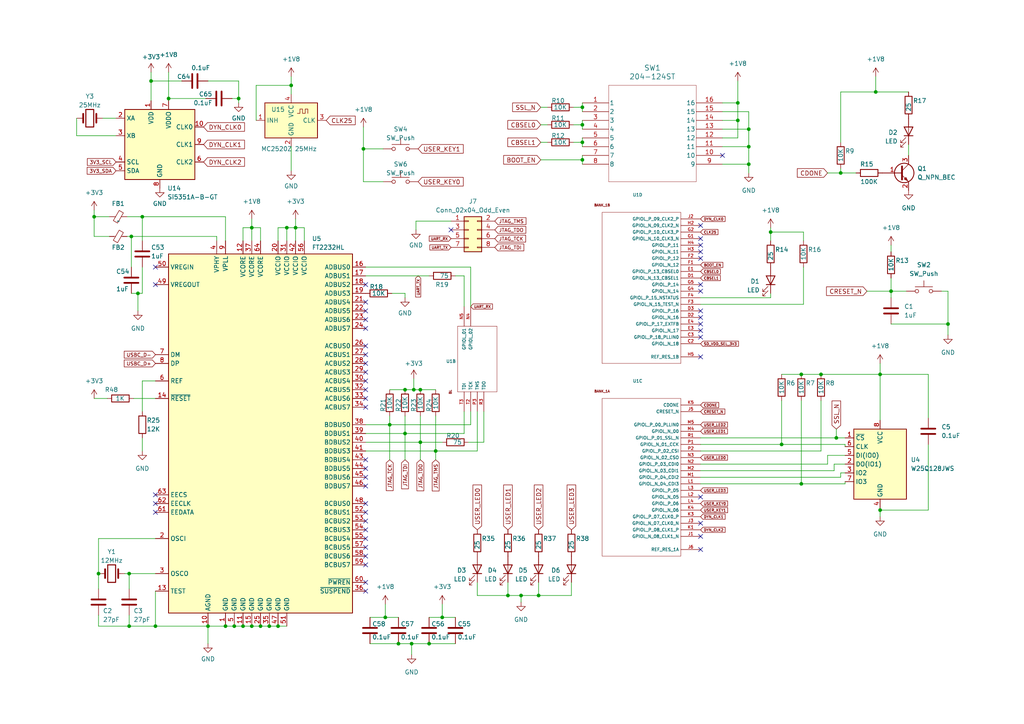
<source format=kicad_sch>
(kicad_sch (version 20231120) (generator "eeschema") (generator_version "8.0")
  (paper "A4")
  (junction (at 115.57 186.69))
  (junction (at 121.92 128.27))
  (junction (at 126.365 130.81))
  (junction (at 43.815 23.495))
  (junction (at 60.325 181.61))
  (junction (at 41.275 62.865))
  (junction (at 232.41 140.335))
  (junction (at 119.38 186.69))
  (junction (at 83.185 66.04))
  (junction (at 69.215 28.575))
  (junction (at 67.945 181.61))
  (junction (at 213.995 34.925))
  (junction (at 255.27 147.955))
  (junction (at 147.32 172.72))
  (junction (at 232.41 108.585))
  (junction (at 80.645 181.61))
  (junction (at 78.105 181.61))
  (junction (at 37.465 181.61))
  (junction (at 73.025 66.04))
  (junction (at 243.84 50.165))
  (junction (at 226.695 128.905))
  (junction (at 238.125 108.585))
  (junction (at 85.725 66.04))
  (junction (at 217.17 37.465))
  (junction (at 168.91 36.195))
  (junction (at 242.57 127))
  (junction (at 84.455 24.765))
  (junction (at 105.41 43.18))
  (junction (at 111.76 179.07))
  (junction (at 70.485 181.61))
  (junction (at 217.17 42.545))
  (junction (at 73.025 181.61))
  (junction (at 117.475 125.73))
  (junction (at 65.405 181.61))
  (junction (at 217.17 47.625))
  (junction (at 156.21 172.72))
  (junction (at 168.91 31.115))
  (junction (at 120.015 113.03))
  (junction (at 48.895 28.575))
  (junction (at 45.085 181.61))
  (junction (at 255.27 108.585))
  (junction (at 28.575 166.37))
  (junction (at 213.995 29.845))
  (junction (at 121.92 113.03))
  (junction (at 37.465 166.37))
  (junction (at 223.52 67.31))
  (junction (at 128.27 179.07))
  (junction (at 151.13 172.72))
  (junction (at 117.475 113.03))
  (junction (at 40.005 85.09))
  (junction (at 254 26.67))
  (junction (at 75.565 181.61))
  (junction (at 274.955 93.98))
  (junction (at 38.1 68.58))
  (junction (at 113.03 123.19))
  (junction (at 258.445 84.455))
  (junction (at 27.305 62.865))
  (junction (at 168.91 46.355))
  (junction (at 168.91 41.275))
  (junction (at 124.46 186.69))
  (no_connect (at 45.085 77.47))
  (no_connect (at 106.045 115.57))
  (no_connect (at 203.2 151.765))
  (no_connect (at 106.045 161.29))
  (no_connect (at 203.2 65.405))
  (no_connect (at 106.045 107.95))
  (no_connect (at 203.2 103.505))
  (no_connect (at 106.045 140.97))
  (no_connect (at 106.045 146.05))
  (no_connect (at 106.045 156.21))
  (no_connect (at 106.045 102.87))
  (no_connect (at 203.2 84.455))
  (no_connect (at 203.2 93.98))
  (no_connect (at 209.55 45.085))
  (no_connect (at 106.045 135.89))
  (no_connect (at 106.045 148.59))
  (no_connect (at 106.045 133.35))
  (no_connect (at 203.2 90.17))
  (no_connect (at 203.2 144.145))
  (no_connect (at 203.2 159.385))
  (no_connect (at 106.045 92.71))
  (no_connect (at 106.045 110.49))
  (no_connect (at 106.045 151.13))
  (no_connect (at 106.045 87.63))
  (no_connect (at 203.2 92.075))
  (no_connect (at 106.045 138.43))
  (no_connect (at 203.2 74.93))
  (no_connect (at 45.085 143.51))
  (no_connect (at 45.085 82.55))
  (no_connect (at 45.085 146.05))
  (no_connect (at 106.045 82.55))
  (no_connect (at 106.045 158.75))
  (no_connect (at 106.045 105.41))
  (no_connect (at 203.2 69.215))
  (no_connect (at 106.045 118.11))
  (no_connect (at 106.045 113.03))
  (no_connect (at 106.045 100.33))
  (no_connect (at 106.045 163.83))
  (no_connect (at 203.2 71.12))
  (no_connect (at 203.2 97.79))
  (no_connect (at 106.045 90.17))
  (no_connect (at 106.045 168.91))
  (no_connect (at 106.045 171.45))
  (no_connect (at 130.81 66.675))
  (no_connect (at 203.2 82.55))
  (no_connect (at 106.045 95.25))
  (no_connect (at 203.2 73.025))
  (no_connect (at 106.045 153.67))
  (no_connect (at 203.2 155.575))
  (no_connect (at 45.085 148.59))
  (no_connect (at 203.2 95.885))
  (wire (pts (xy 168.91 41.275) (xy 168.91 42.545)))
  (wire (pts (xy 65.405 181.61) (xy 67.945 181.61)))
  (wire (pts (xy 156.845 31.115) (xy 158.75 31.115)))
  (wire (pts (xy 269.24 121.285) (xy 269.24 108.585)))
  (wire (pts (xy 80.645 69.85) (xy 80.645 66.04)))
  (wire (pts (xy 85.725 63.5) (xy 85.725 66.04)))
  (wire (pts (xy 165.735 168.91) (xy 165.735 172.72)))
  (wire (pts (xy 84.455 22.225) (xy 84.455 24.765)))
  (wire (pts (xy 238.125 130.81) (xy 238.125 116.205)))
  (wire (pts (xy 73.025 66.04) (xy 73.025 69.85)))
  (wire (pts (xy 258.445 84.455) (xy 258.445 86.36)))
  (wire (pts (xy 126.365 120.65) (xy 126.365 130.81)))
  (wire (pts (xy 41.275 85.09) (xy 41.275 77.47)))
  (wire (pts (xy 36.83 62.865) (xy 41.275 62.865)))
  (wire (pts (xy 88.265 66.04) (xy 85.725 66.04)))
  (wire (pts (xy 80.645 181.61) (xy 83.185 181.61)))
  (wire (pts (xy 111.76 175.26) (xy 111.76 179.07)))
  (wire (pts (xy 156.21 172.72) (xy 151.13 172.72)))
  (wire (pts (xy 258.445 84.455) (xy 262.89 84.455)))
  (wire (pts (xy 113.03 123.19) (xy 113.03 133.35)))
  (wire (pts (xy 120.015 109.855) (xy 120.015 113.03)))
  (wire (pts (xy 156.21 168.91) (xy 156.21 172.72)))
  (wire (pts (xy 117.475 120.65) (xy 117.475 125.73)))
  (wire (pts (xy 41.275 110.49) (xy 45.085 110.49)))
  (wire (pts (xy 29.845 34.29) (xy 33.655 34.29)))
  (wire (pts (xy 48.895 20.955) (xy 48.895 28.575)))
  (wire (pts (xy 223.52 67.31) (xy 223.52 69.85)))
  (wire (pts (xy 106.045 130.81) (xy 126.365 130.81)))
  (wire (pts (xy 226.695 108.585) (xy 232.41 108.585)))
  (wire (pts (xy 203.2 127) (xy 242.57 127)))
  (wire (pts (xy 85.725 66.04) (xy 85.725 69.85)))
  (wire (pts (xy 128.27 179.07) (xy 132.08 179.07)))
  (wire (pts (xy 22.225 39.37) (xy 33.655 39.37)))
  (wire (pts (xy 217.17 32.385) (xy 217.17 37.465)))
  (wire (pts (xy 124.46 186.69) (xy 132.08 186.69)))
  (wire (pts (xy 38.1 68.58) (xy 38.1 77.47)))
  (wire (pts (xy 105.41 52.705) (xy 111.125 52.705)))
  (wire (pts (xy 45.085 171.45) (xy 45.085 181.61)))
  (wire (pts (xy 65.405 62.865) (xy 65.405 69.85)))
  (wire (pts (xy 67.31 28.575) (xy 69.215 28.575)))
  (wire (pts (xy 45.085 156.21) (xy 28.575 156.21)))
  (wire (pts (xy 120.015 113.03) (xy 121.92 113.03)))
  (wire (pts (xy 28.575 181.61) (xy 37.465 181.61)))
  (wire (pts (xy 22.225 34.29) (xy 22.225 39.37)))
  (wire (pts (xy 117.475 125.73) (xy 117.475 133.35)))
  (wire (pts (xy 106.045 125.73) (xy 117.475 125.73)))
  (wire (pts (xy 40.005 85.09) (xy 41.275 85.09)))
  (wire (pts (xy 258.445 71.12) (xy 258.445 73.025)))
  (wire (pts (xy 209.55 34.925) (xy 213.995 34.925)))
  (wire (pts (xy 217.17 47.625) (xy 217.17 50.165)))
  (wire (pts (xy 38.735 115.57) (xy 45.085 115.57)))
  (wire (pts (xy 83.185 66.04) (xy 83.185 69.85)))
  (wire (pts (xy 274.955 93.98) (xy 274.955 97.155)))
  (wire (pts (xy 27.305 115.57) (xy 31.115 115.57)))
  (wire (pts (xy 243.84 26.67) (xy 254 26.67)))
  (wire (pts (xy 105.41 43.18) (xy 111.125 43.18)))
  (wire (pts (xy 88.265 69.85) (xy 88.265 66.04)))
  (wire (pts (xy 156.845 36.195) (xy 158.75 36.195)))
  (wire (pts (xy 84.455 24.765) (xy 84.455 27.305)))
  (wire (pts (xy 83.185 66.04) (xy 85.725 66.04)))
  (wire (pts (xy 273.05 84.455) (xy 274.955 84.455)))
  (wire (pts (xy 106.045 128.27) (xy 121.92 128.27)))
  (wire (pts (xy 147.32 172.72) (xy 151.13 172.72)))
  (wire (pts (xy 121.92 120.65) (xy 121.92 128.27)))
  (wire (pts (xy 37.465 181.61) (xy 45.085 181.61)))
  (wire (pts (xy 117.475 85.09) (xy 117.475 86.36)))
  (wire (pts (xy 113.03 120.65) (xy 113.03 123.19)))
  (wire (pts (xy 213.995 40.005) (xy 213.995 34.925)))
  (wire (pts (xy 60.325 23.495) (xy 69.215 23.495)))
  (wire (pts (xy 41.275 127) (xy 41.275 130.81)))
  (wire (pts (xy 232.41 140.335) (xy 245.11 140.335)))
  (wire (pts (xy 121.92 113.03) (xy 126.365 113.03)))
  (wire (pts (xy 113.03 123.19) (xy 136.525 123.19)))
  (wire (pts (xy 242.57 127) (xy 245.11 127)))
  (wire (pts (xy 70.485 181.61) (xy 73.025 181.61)))
  (wire (pts (xy 74.295 24.765) (xy 84.455 24.765)))
  (wire (pts (xy 209.55 32.385) (xy 217.17 32.385)))
  (wire (pts (xy 203.2 130.81) (xy 238.125 130.81)))
  (wire (pts (xy 223.52 86.36) (xy 223.52 85.09)))
  (wire (pts (xy 106.045 123.19) (xy 113.03 123.19)))
  (wire (pts (xy 168.91 34.925) (xy 168.91 36.195)))
  (wire (pts (xy 74.295 34.925) (xy 74.295 24.765)))
  (wire (pts (xy 67.945 181.61) (xy 70.485 181.61)))
  (wire (pts (xy 48.895 28.575) (xy 59.69 28.575)))
  (wire (pts (xy 209.55 42.545) (xy 217.17 42.545)))
  (wire (pts (xy 168.91 46.355) (xy 168.91 47.625)))
  (wire (pts (xy 80.645 66.04) (xy 83.185 66.04)))
  (wire (pts (xy 138.43 168.91) (xy 138.43 172.72)))
  (wire (pts (xy 124.46 179.07) (xy 128.27 179.07)))
  (wire (pts (xy 70.485 69.85) (xy 70.485 66.04)))
  (wire (pts (xy 111.76 179.07) (xy 115.57 179.07)))
  (wire (pts (xy 27.305 62.865) (xy 31.75 62.865)))
  (wire (pts (xy 255.27 105.41) (xy 255.27 108.585)))
  (wire (pts (xy 233.045 88.265) (xy 233.045 77.47)))
  (wire (pts (xy 38.1 85.09) (xy 40.005 85.09)))
  (wire (pts (xy 113.665 85.09) (xy 117.475 85.09)))
  (wire (pts (xy 245.11 128.905) (xy 245.11 129.54)))
  (wire (pts (xy 128.27 179.07) (xy 128.27 175.26)))
  (wire (pts (xy 70.485 66.04) (xy 73.025 66.04)))
  (wire (pts (xy 113.03 113.03) (xy 117.475 113.03)))
  (wire (pts (xy 45.085 181.61) (xy 60.325 181.61)))
  (wire (pts (xy 232.41 116.205) (xy 232.41 140.335)))
  (wire (pts (xy 166.37 31.115) (xy 168.91 31.115)))
  (wire (pts (xy 226.695 128.905) (xy 245.11 128.905)))
  (wire (pts (xy 168.91 36.195) (xy 168.91 37.465)))
  (wire (pts (xy 121.92 128.27) (xy 121.92 133.35)))
  (wire (pts (xy 241.935 136.525) (xy 241.935 134.62)))
  (wire (pts (xy 117.475 113.03) (xy 120.015 113.03)))
  (wire (pts (xy 140.335 128.27) (xy 140.335 119.38)))
  (wire (pts (xy 243.84 48.895) (xy 243.84 50.165)))
  (wire (pts (xy 107.315 186.69) (xy 115.57 186.69)))
  (wire (pts (xy 119.38 186.69) (xy 119.38 189.865)))
  (wire (pts (xy 84.455 42.545) (xy 84.455 49.53)))
  (wire (pts (xy 106.045 80.01) (xy 124.46 80.01)))
  (wire (pts (xy 73.025 181.61) (xy 75.565 181.61)))
  (wire (pts (xy 136.525 77.47) (xy 136.525 88.9)))
  (wire (pts (xy 217.17 42.545) (xy 217.17 47.625)))
  (wire (pts (xy 41.275 62.865) (xy 65.405 62.865)))
  (wire (pts (xy 73.025 63.5) (xy 73.025 66.04)))
  (wire (pts (xy 138.43 130.81) (xy 138.43 119.38)))
  (wire (pts (xy 258.445 80.645) (xy 258.445 84.455)))
  (wire (pts (xy 37.465 178.435) (xy 37.465 181.61)))
  (wire (pts (xy 240.03 50.165) (xy 243.84 50.165)))
  (wire (pts (xy 28.575 178.435) (xy 28.575 181.61)))
  (wire (pts (xy 156.845 41.275) (xy 158.75 41.275)))
  (wire (pts (xy 203.2 134.62) (xy 240.03 134.62)))
  (wire (pts (xy 233.045 67.31) (xy 223.52 67.31)))
  (wire (pts (xy 245.11 140.335) (xy 245.11 139.7)))
  (wire (pts (xy 75.565 69.85) (xy 75.565 66.04)))
  (wire (pts (xy 240.03 132.08) (xy 245.11 132.08)))
  (wire (pts (xy 43.815 23.495) (xy 43.815 29.21)))
  (wire (pts (xy 203.2 140.335) (xy 232.41 140.335)))
  (wire (pts (xy 258.445 93.98) (xy 274.955 93.98)))
  (wire (pts (xy 105.41 36.83) (xy 105.41 43.18)))
  (wire (pts (xy 130.81 64.135) (xy 120.65 64.135)))
  (wire (pts (xy 166.37 41.275) (xy 168.91 41.275)))
  (wire (pts (xy 226.695 116.205) (xy 226.695 128.905)))
  (wire (pts (xy 28.575 156.21) (xy 28.575 166.37)))
  (wire (pts (xy 27.305 62.865) (xy 27.305 60.96)))
  (wire (pts (xy 69.215 28.575) (xy 69.215 29.845)))
  (wire (pts (xy 269.24 128.905) (xy 269.24 147.955)))
  (wire (pts (xy 168.91 45.085) (xy 168.91 46.355)))
  (wire (pts (xy 217.17 37.465) (xy 217.17 42.545)))
  (wire (pts (xy 28.575 166.37) (xy 28.575 170.815)))
  (wire (pts (xy 75.565 66.04) (xy 73.025 66.04)))
  (wire (pts (xy 132.08 80.01) (xy 134.62 80.01)))
  (wire (pts (xy 151.13 172.72) (xy 151.13 174.625)))
  (wire (pts (xy 126.365 130.81) (xy 126.365 133.35)))
  (wire (pts (xy 62.865 68.58) (xy 62.865 69.85)))
  (wire (pts (xy 232.41 108.585) (xy 238.125 108.585)))
  (wire (pts (xy 243.84 41.275) (xy 243.84 26.67)))
  (wire (pts (xy 269.24 108.585) (xy 255.27 108.585)))
  (wire (pts (xy 166.37 36.195) (xy 168.91 36.195)))
  (wire (pts (xy 134.62 80.01) (xy 134.62 88.9)))
  (wire (pts (xy 48.895 28.575) (xy 48.895 29.21)))
  (wire (pts (xy 165.735 172.72) (xy 156.21 172.72)))
  (wire (pts (xy 60.325 181.61) (xy 65.405 181.61)))
  (wire (pts (xy 243.84 50.165) (xy 248.285 50.165)))
  (wire (pts (xy 75.565 181.61) (xy 78.105 181.61)))
  (wire (pts (xy 242.57 124.46) (xy 242.57 127)))
  (wire (pts (xy 238.125 108.585) (xy 255.27 108.585)))
  (wire (pts (xy 203.2 86.36) (xy 223.52 86.36)))
  (wire (pts (xy 60.325 181.61) (xy 60.325 186.69)))
  (wire (pts (xy 254 22.225) (xy 254 26.67)))
  (wire (pts (xy 240.03 134.62) (xy 240.03 132.08)))
  (wire (pts (xy 243.84 137.16) (xy 245.11 137.16)))
  (wire (pts (xy 43.815 23.495) (xy 52.705 23.495)))
  (wire (pts (xy 263.525 41.91) (xy 263.525 45.085)))
  (wire (pts (xy 168.91 31.115) (xy 168.91 32.385)))
  (wire (pts (xy 147.32 168.91) (xy 147.32 172.72)))
  (wire (pts (xy 255.27 147.955) (xy 255.27 147.32)))
  (wire (pts (xy 136.525 123.19) (xy 136.525 119.38)))
  (wire (pts (xy 37.465 166.37) (xy 45.085 166.37)))
  (wire (pts (xy 41.275 119.38) (xy 41.275 110.49)))
  (wire (pts (xy 168.91 40.005) (xy 168.91 41.275)))
  (wire (pts (xy 78.105 181.61) (xy 80.645 181.61)))
  (wire (pts (xy 209.55 47.625) (xy 217.17 47.625)))
  (wire (pts (xy 156.845 46.355) (xy 168.91 46.355)))
  (wire (pts (xy 223.52 66.04) (xy 223.52 67.31)))
  (wire (pts (xy 135.89 128.27) (xy 140.335 128.27)))
  (wire (pts (xy 117.475 125.73) (xy 134.62 125.73)))
  (wire (pts (xy 233.045 69.85) (xy 233.045 67.31)))
  (wire (pts (xy 107.315 179.07) (xy 111.76 179.07)))
  (wire (pts (xy 209.55 40.005) (xy 213.995 40.005)))
  (wire (pts (xy 31.75 68.58) (xy 27.305 68.58)))
  (wire (pts (xy 274.955 84.455) (xy 274.955 93.98)))
  (wire (pts (xy 41.275 62.865) (xy 41.275 69.85)))
  (wire (pts (xy 36.83 68.58) (xy 38.1 68.58)))
  (wire (pts (xy 243.84 138.43) (xy 243.84 137.16)))
  (wire (pts (xy 255.27 108.585) (xy 255.27 121.92)))
  (wire (pts (xy 269.24 147.955) (xy 255.27 147.955)))
  (wire (pts (xy 213.995 34.925) (xy 213.995 29.845)))
  (wire (pts (xy 255.27 149.86) (xy 255.27 147.955)))
  (wire (pts (xy 121.92 128.27) (xy 128.27 128.27)))
  (wire (pts (xy 241.935 134.62) (xy 245.11 134.62)))
  (wire (pts (xy 168.91 29.845) (xy 168.91 31.115)))
  (wire (pts (xy 209.55 29.845) (xy 213.995 29.845)))
  (wire (pts (xy 209.55 37.465) (xy 217.17 37.465)))
  (wire (pts (xy 203.2 138.43) (xy 243.84 138.43)))
  (wire (pts (xy 115.57 186.69) (xy 119.38 186.69)))
  (wire (pts (xy 138.43 172.72) (xy 147.32 172.72)))
  (wire (pts (xy 251.46 84.455) (xy 258.445 84.455)))
  (wire (pts (xy 203.2 136.525) (xy 241.935 136.525)))
  (wire (pts (xy 38.1 68.58) (xy 62.865 68.58)))
  (wire (pts (xy 37.465 166.37) (xy 37.465 170.815)))
  (wire (pts (xy 106.045 77.47) (xy 136.525 77.47)))
  (wire (pts (xy 254 26.67) (xy 263.525 26.67)))
  (wire (pts (xy 213.995 29.845) (xy 213.995 23.495)))
  (wire (pts (xy 43.815 20.955) (xy 43.815 23.495)))
  (wire (pts (xy 126.365 130.81) (xy 138.43 130.81)))
  (wire (pts (xy 203.2 88.265) (xy 233.045 88.265)))
  (wire (pts (xy 105.41 43.18) (xy 105.41 52.705)))
  (wire (pts (xy 119.38 186.69) (xy 124.46 186.69)))
  (wire (pts (xy 27.305 68.58) (xy 27.305 62.865)))
  (wire (pts (xy 69.215 23.495) (xy 69.215 28.575)))
  (wire (pts (xy 134.62 125.73) (xy 134.62 119.38)))
  (wire (pts (xy 203.2 128.905) (xy 226.695 128.905)))
  (wire (pts (xy 40.005 85.09) (xy 40.005 90.17)))
  (wire (pts (xy 120.65 64.135) (xy 120.65 66.675)))
  (wire (pts (xy 36.195 166.37) (xy 37.465 166.37)))
  (global_label "USER_LED3" (shape input) (at 203.2 142.24 0) (effects (font (size 0.762 0.762))) (property "Intersheetrefs" "${INTERSHEET_REFS}" (effects (hide yes))))
  (global_label "CBSEL1" (shape input) (at 203.2 80.645 0) (effects (font (size 0.762 0.762))) (property "Intersheetrefs" "${INTERSHEET_REFS}" (effects (hide yes))))
  (global_label "BOOT_EN" (shape input) (at 203.2 76.835 0) (effects (font (size 0.762 0.762))) (property "Intersheetrefs" "${INTERSHEET_REFS}" (effects (hide yes))))
  (global_label "USER_KEY1" (shape input) (at 203.2 147.955 0) (effects (font (size 0.762 0.762))) (property "Intersheetrefs" "${INTERSHEET_REFS}" (effects (hide yes))))
  (global_label "DYN_CLK0" (shape input) (at 203.2 63.5 0) (effects (font (size 0.762 0.762))) (property "Intersheetrefs" "${INTERSHEET_REFS}" (effects (hide yes))))
  (global_label "USER_KEY0" (shape input) (at 203.2 146.05 0) (effects (font (size 0.762 0.762))) (property "Intersheetrefs" "${INTERSHEET_REFS}" (effects (hide yes))))
  (global_label "UART_TX" (shape input) (at 121.285 80.01 270) (effects (font (size 0.762 0.762))) (property "Intersheetrefs" "${INTERSHEET_REFS}" (effects (hide yes))))
  (global_label "JTAG_TCK" (shape input) (at 113.03 133.35 270) (effects (font (size 1.016 1.016))) (property "Intersheetrefs" "${INTERSHEET_REFS}" (effects (hide yes))))
  (global_label "USER_LED3" (shape input) (at 165.735 153.67 90) (property "Intersheetrefs" "${INTERSHEET_REFS}" (effects (hide yes))))
  (global_label "JTAG_TDO" (shape input) (at 121.92 133.35 270) (effects (font (size 1.016 1.016))) (property "Intersheetrefs" "${INTERSHEET_REFS}" (effects (hide yes))))
  (global_label "3V3_SCL" (shape input) (at 33.655 46.99 180) (effects (font (size 1.016 1.016))) (property "Intersheetrefs" "${INTERSHEET_REFS}" (effects (hide yes))))
  (global_label "JTAG_TMS" (shape input) (at 126.365 133.35 270) (effects (font (size 1.016 1.016))) (property "Intersheetrefs" "${INTERSHEET_REFS}" (effects (hide yes))))
  (global_label "DYN_CLK2" (shape input) (at 59.055 46.99 0) (property "Intersheetrefs" "${INTERSHEET_REFS}" (effects (hide yes))))
  (global_label "CBSEL0" (shape input) (at 203.2 78.74 0) (effects (font (size 0.762 0.762))) (property "Intersheetrefs" "${INTERSHEET_REFS}" (effects (hide yes))))
  (global_label "JTAG_TDI" (shape input) (at 143.51 71.755 0) (effects (font (size 1.016 1.016))) (property "Intersheetrefs" "${INTERSHEET_REFS}" (effects (hide yes))))
  (global_label "BOOT_EN" (shape input) (at 156.845 46.355 180) (property "Intersheetrefs" "${INTERSHEET_REFS}" (effects (hide yes))))
  (global_label "UART_RX" (shape input) (at 130.81 69.215 180) (effects (font (size 0.762 0.762))) (property "Intersheetrefs" "${INTERSHEET_REFS}" (effects (hide yes))))
  (global_label "DYN_CLK1" (shape input) (at 203.2 149.86 0) (effects (font (size 0.762 0.762))) (property "Intersheetrefs" "${INTERSHEET_REFS}" (effects (hide yes))))
  (global_label "USER_LED0" (shape input) (at 138.43 153.67 90) (property "Intersheetrefs" "${INTERSHEET_REFS}" (effects (hide yes))))
  (global_label "USBC_D-" (shape input) (at 45.085 102.87 180) (effects (font (size 1.016 1.016))) (property "Intersheetrefs" "${INTERSHEET_REFS}" (effects (hide yes))))
  (global_label "SSL_N" (shape input) (at 242.57 124.46 90) (property "Intersheetrefs" "${INTERSHEET_REFS}" (effects (hide yes))))
  (global_label "SD_VDD_SEL_3V3" (shape input) (at 203.2 99.695 0) (effects (font (size 0.762 0.762))) (property "Intersheetrefs" "${INTERSHEET_REFS}" (effects (hide yes))))
  (global_label "USER_KEY1" (shape input) (at 121.285 43.18 0) (property "Intersheetrefs" "${INTERSHEET_REFS}" (effects (hide yes))))
  (global_label "CDONE" (shape input) (at 240.03 50.165 180) (property "Intersheetrefs" "${INTERSHEET_REFS}" (effects (hide yes))))
  (global_label "3V3_SDA" (shape input) (at 33.655 49.53 180) (effects (font (size 1.016 1.016))) (property "Intersheetrefs" "${INTERSHEET_REFS}" (effects (hide yes))))
  (global_label "JTAG_TMS" (shape input) (at 143.51 64.135 0) (effects (font (size 1.016 1.016))) (property "Intersheetrefs" "${INTERSHEET_REFS}" (effects (hide yes))))
  (global_label "USER_LED1" (shape input) (at 147.32 153.67 90) (property "Intersheetrefs" "${INTERSHEET_REFS}" (effects (hide yes))))
  (global_label "USER_KEY0" (shape input) (at 121.285 52.705 0) (property "Intersheetrefs" "${INTERSHEET_REFS}" (effects (hide yes))))
  (global_label "UART_RX" (shape input) (at 136.525 88.9 0) (effects (font (size 0.762 0.762))) (property "Intersheetrefs" "${INTERSHEET_REFS}" (effects (hide yes))))
  (global_label "JTAG_TDO" (shape input) (at 143.51 66.675 0) (effects (font (size 1.016 1.016))) (property "Intersheetrefs" "${INTERSHEET_REFS}" (effects (hide yes))))
  (global_label "CRESET_N" (shape input) (at 203.2 119.38 0) (effects (font (size 0.762 0.762))) (property "Intersheetrefs" "${INTERSHEET_REFS}" (effects (hide yes))))
  (global_label "CLK25" (shape input) (at 94.615 34.925 0) (property "Intersheetrefs" "${INTERSHEET_REFS}" (effects (hide yes))))
  (global_label "JTAG_TCK" (shape input) (at 143.51 69.215 0) (effects (font (size 1.016 1.016))) (property "Intersheetrefs" "${INTERSHEET_REFS}" (effects (hide yes))))
  (global_label "UART_TX" (shape input) (at 130.81 71.755 180) (effects (font (size 0.762 0.762))) (property "Intersheetrefs" "${INTERSHEET_REFS}" (effects (hide yes))))
  (global_label "CRESET_N" (shape input) (at 251.46 84.455 180) (property "Intersheetrefs" "${INTERSHEET_REFS}" (effects (hide yes))))
  (global_label "USER_LED0" (shape input) (at 203.2 132.715 0) (effects (font (size 0.762 0.762))) (property "Intersheetrefs" "${INTERSHEET_REFS}" (effects (hide yes))))
  (global_label "USER_LED1" (shape input) (at 203.2 125.095 0) (effects (font (size 0.762 0.762))) (property "Intersheetrefs" "${INTERSHEET_REFS}" (effects (hide yes))))
  (global_label "DYN_CLK2" (shape input) (at 203.2 153.67 0) (effects (font (size 0.762 0.762))) (property "Intersheetrefs" "${INTERSHEET_REFS}" (effects (hide yes))))
  (global_label "CDONE" (shape input) (at 203.2 117.475 0) (effects (font (size 0.762 0.762))) (property "Intersheetrefs" "${INTERSHEET_REFS}" (effects (hide yes))))
  (global_label "CLK25" (shape input) (at 203.2 67.31 0) (effects (font (size 0.762 0.762))) (property "Intersheetrefs" "${INTERSHEET_REFS}" (effects (hide yes))))
  (global_label "USER_LED2" (shape input) (at 156.21 153.67 90) (property "Intersheetrefs" "${INTERSHEET_REFS}" (effects (hide yes))))
  (global_label "CBSEL0" (shape input) (at 156.845 36.195 180) (property "Intersheetrefs" "${INTERSHEET_REFS}" (effects (hide yes))))
  (global_label "USBC_D+" (shape input) (at 45.085 105.41 180) (effects (font (size 1.016 1.016))) (property "Intersheetrefs" "${INTERSHEET_REFS}" (effects (hide yes))))
  (global_label "USER_LED2" (shape input) (at 203.2 123.19 0) (effects (font (size 0.762 0.762))) (property "Intersheetrefs" "${INTERSHEET_REFS}" (effects (hide yes))))
  (global_label "DYN_CLK0" (shape input) (at 59.055 36.83 0) (property "Intersheetrefs" "${INTERSHEET_REFS}" (effects (hide yes))))
  (global_label "JTAG_TDI" (shape input) (at 117.475 133.35 270) (effects (font (size 1.016 1.016))) (property "Intersheetrefs" "${INTERSHEET_REFS}" (effects (hide yes))))
  (global_label "SSL_N" (shape input) (at 156.845 31.115 180) (property "Intersheetrefs" "${INTERSHEET_REFS}" (effects (hide yes))))
  (global_label "DYN_CLK1" (shape input) (at 59.055 41.91 0) (property "Intersheetrefs" "${INTERSHEET_REFS}" (effects (hide yes))))
  (global_label "CBSEL1" (shape input) (at 156.845 41.275 180) (property "Intersheetrefs" "${INTERSHEET_REFS}" (effects (hide yes))))
  (symbol (lib_id "Device:R") (at 126.365 116.84 180) (unit 1)
    (property "Reference" "R24" (at 124.46 115.57 90) (effects (justify left)))
    (property "Value" "10K" (at 126.365 114.935 90) (effects (justify left)))
    (property "Footprint" "Resistor_SMD:R_0603_1608Metric" (effects (hide yes)))
    (property "Description" "Resistor" (effects (hide yes)))
  )
  (symbol (lib_id "Switch:SW_Push") (at 116.205 52.705 0) (unit 1)
    (property "Reference" "SW6" (at 116.205 47.625 0))
    (property "Value" "SW_Push" (at 116.205 50.165 0))
    (property "Footprint" "Button_Switch_THT:SW_PUSH_6mm" (effects (hide yes)))
    (property "Description" "Push button switch, generic, two pins" (effects (hide yes)))
  )
  (symbol (lib_id "Device:LED") (at 165.735 165.1 270) (mirror x) (unit 1)
    (property "Reference" "D6" (at 162.56 165.4174 90) (effects (justify right)))
    (property "Value" "LED" (at 162.56 167.9574 90) (effects (justify right)))
    (property "Footprint" "LED_SMD:LED_0603_1608Metric" (effects (hide yes)))
    (property "Description" "Light emitting diode" (effects (hide yes)))
  )
  (symbol (lib_id "power:+3V3") (at 43.815 20.955 0) (unit 1)
    (property "Reference" "#PWR082" (effects (hide yes)))
    (property "Value" "+3V3" (at 43.815 16.51 0))
    (property "Description" "Power symbol creates a global label with name \"+3V3\"" (effects (hide yes)))
  )
  (symbol (lib_id "power:GND") (at 117.475 86.36 0) (unit 1)
    (property "Reference" "#PWR025" (effects (hide yes)))
    (property "Value" "GND" (at 117.475 90.805 0))
    (property "Description" "Power symbol creates a global label with name \"GND\" , ground" (effects (hide yes)))
  )
  (symbol (lib_id "Device:R") (at 238.125 112.395 0) (unit 1)
    (property "Reference" "R8" (at 239.395 111.125 0) (effects (justify left)))
    (property "Value" "10K" (at 238.125 114.3 90) (effects (justify left)))
    (property "Footprint" "Resistor_SMD:R_0603_1608Metric" (effects (hide yes)))
    (property "Description" "Resistor" (effects (hide yes)))
  )
  (symbol (lib_id "power:GND") (at 120.65 66.675 0) (unit 1)
    (property "Reference" "#PWR065" (effects (hide yes)))
    (property "Value" "GND" (at 120.65 71.12 0))
    (property "Description" "Power symbol creates a global label with name \"GND\" , ground" (effects (hide yes)))
  )
  (symbol (lib_id "Device:R") (at 147.32 157.48 0) (unit 1)
    (property "Reference" "R36" (at 148.59 156.21 0) (effects (justify left)))
    (property "Value" "25" (at 147.32 159.385 90) (effects (justify left)))
    (property "Footprint" "Resistor_SMD:R_0603_1608Metric" (effects (hide yes)))
    (property "Description" "Resistor" (effects (hide yes)))
  )
  (symbol (lib_id "Device:C") (at 63.5 28.575 90) (unit 1)
    (property "Reference" "C65" (at 61.595 27.305 90) (effects (justify left)))
    (property "Value" "0.1uF" (at 61.595 29.845 90) (effects (justify left)))
    (property "Footprint" "Capacitor_SMD:C_0603_1608Metric" (effects (hide yes)))
    (property "Description" "Unpolarized capacitor" (effects (hide yes)))
  )
  (symbol (lib_id "power:+3V3") (at 120.015 109.855 0) (unit 1)
    (property "Reference" "#PWR027" (effects (hide yes)))
    (property "Value" "+3V3" (at 120.015 105.41 0))
    (property "Description" "Power symbol creates a global label with name \"+3V3\"" (effects (hide yes)))
  )
  (symbol (lib_id "Device:LED") (at 223.52 81.28 270) (mirror x) (unit 1)
    (property "Reference" "D1" (at 220.345 81.5974 90) (effects (justify right)))
    (property "Value" "LED" (at 220.345 84.1374 90) (effects (justify right)))
    (property "Footprint" "LED_SMD:LED_0603_1608Metric" (effects (hide yes)))
    (property "Description" "Light emitting diode" (effects (hide yes)))
  )
  (symbol (lib_id "Device:C") (at 124.46 182.88 0) (unit 1)
    (property "Reference" "C56" (at 125.095 180.975 0) (effects (justify left)))
    (property "Value" "0.1uF" (at 125.095 184.785 0) (effects (justify left)))
    (property "Footprint" "Capacitor_SMD:C_0603_1608Metric" (effects (hide yes)))
    (property "Description" "Unpolarized capacitor" (effects (hide yes)))
  )
  (symbol (lib_id "Device:LED") (at 138.43 165.1 270) (mirror x) (unit 1)
    (property "Reference" "D3" (at 135.255 165.4174 90) (effects (justify right)))
    (property "Value" "LED" (at 135.255 167.9574 90) (effects (justify right)))
    (property "Footprint" "LED_SMD:LED_0603_1608Metric" (effects (hide yes)))
    (property "Description" "Light emitting diode" (effects (hide yes)))
  )
  (symbol (lib_id "power:GND") (at 263.525 55.245 0) (unit 1)
    (property "Reference" "#PWR024" (effects (hide yes)))
    (property "Value" "GND" (at 263.525 60.325 0))
    (property "Description" "Power symbol creates a global label with name \"GND\" , ground" (effects (hide yes)))
  )
  (symbol (lib_id "Device:LED") (at 263.525 38.1 270) (mirror x) (unit 1)
    (property "Reference" "D2" (at 260.35 38.4174 90) (effects (justify right)))
    (property "Value" "LED" (at 260.35 40.9574 90) (effects (justify right)))
    (property "Footprint" "LED_SMD:LED_0603_1608Metric" (effects (hide yes)))
    (property "Description" "Light emitting diode" (effects (hide yes)))
  )
  (symbol (lib_id "Device:R") (at 162.56 31.115 90) (unit 1)
    (property "Reference" "R10" (at 163.83 29.21 90) (effects (justify left)))
    (property "Value" "10K" (at 164.465 31.115 90) (effects (justify left)))
    (property "Footprint" "Resistor_SMD:R_0603_1608Metric" (effects (hide yes)))
    (property "Description" "Resistor" (effects (hide yes)))
  )
  (symbol (lib_id "power:+3V3") (at 27.305 60.96 0) (unit 1)
    (property "Reference" "#PWR063" (effects (hide yes)))
    (property "Value" "+3V3" (at 27.305 55.88 0))
    (property "Description" "Power symbol creates a global label with name \"+3V3\"" (effects (hide yes)))
  )
  (symbol (lib_id "Device:R") (at 41.275 123.19 0) (unit 1)
    (property "Reference" "R25" (at 42.545 121.92 0) (effects (justify left)))
    (property "Value" "12K" (at 42.545 124.46 0) (effects (justify left)))
    (property "Footprint" "Resistor_SMD:R_0603_1608Metric" (effects (hide yes)))
  )
  (symbol (lib_id "Device:FerriteBead_Small") (at 34.29 62.865 270) (unit 1)
    (property "Reference" "FB1" (at 34.29 59.055 90))
    (property "Value" "~" (at 34.3281 58.42 90))
    (property "Footprint" "Inductor_SMD:L_0603_1608Metric" (effects (hide yes)))
    (property "Description" "Ferrite bead, small symbol" (effects (hide yes)))
  )
  (symbol (lib_id "power:GND") (at 151.13 174.625 0) (unit 1)
    (property "Reference" "#PWR038" (effects (hide yes)))
    (property "Value" "GND" (at 151.13 179.705 0))
    (property "Description" "Power symbol creates a global label with name \"GND\" , ground" (effects (hide yes)))
  )
  (symbol (lib_id "power:+1V8") (at 258.445 71.12 0) (unit 1)
    (property "Reference" "#PWR021" (effects (hide yes)))
    (property "Value" "+1V8" (at 258.445 66.04 0))
    (property "Description" "Power symbol creates a global label with name \"+1V8\"" (effects (hide yes)))
  )
  (symbol (lib_id "Device:R") (at 165.735 157.48 0) (unit 1)
    (property "Reference" "R38" (at 167.005 156.21 0) (effects (justify left)))
    (property "Value" "25" (at 165.735 159.385 90) (effects (justify left)))
    (property "Footprint" "Resistor_SMD:R_0603_1608Metric" (effects (hide yes)))
    (property "Description" "Resistor" (effects (hide yes)))
  )
  (symbol (lib_id "endeavour2:Ti60F256") (at 174.625 61.595 0) (unit 4)
    (property "Reference" "U1" (at 184.9156 56.515 0) (effects (font (size 0.889 0.889))))
    (property "Value" "Ti60F256" (effects (hide yes)))
    (property "Footprint" "Package_BGA:BGA-256_14.0x14.0mm_Layout16x16_P0.8mm_Ball0.45mm_Pad0.32mm_NSMD" (effects (hide yes)))
    (property "SPLIT_INST" "TRUE" (effects (hide yes)))
    (property "SWAP_INFO" "(S1+S2+S3+S4+S5+S6+S7+S8+S9+S10+S11+S12+S13)" (effects (hide yes)))
  )
  (symbol (lib_id "power:+1V8") (at 105.41 36.83 0) (unit 1)
    (property "Reference" "#PWR039" (effects (hide yes)))
    (property "Value" "+1V8" (at 105.41 31.75 0))
    (property "Description" "Power symbol creates a global label with name \"+1V8\"" (effects (hide yes)))
  )
  (symbol (lib_id "Device:R") (at 223.52 73.66 0) (unit 1)
    (property "Reference" "R14" (at 224.79 72.39 0) (effects (justify left)))
    (property "Value" "25" (at 223.52 75.565 90) (effects (justify left)))
    (property "Footprint" "Resistor_SMD:R_0603_1608Metric" (effects (hide yes)))
    (property "Description" "Resistor" (effects (hide yes)))
  )
  (symbol (lib_id "Device:R") (at 128.27 80.01 90) (unit 1)
    (property "Reference" "R19" (at 130.175 82.55 90) (effects (justify left)))
    (property "Value" "75" (at 130.175 80.01 90) (effects (justify left)))
    (property "Footprint" "Resistor_SMD:R_0603_1608Metric" (effects (hide yes)))
    (property "Description" "Resistor" (effects (hide yes)))
  )
  (symbol (lib_id "power:+1V8") (at 111.76 175.26 0) (unit 1)
    (property "Reference" "#PWR069" (effects (hide yes)))
    (property "Value" "+1V8" (at 111.76 170.18 0))
    (property "Description" "Power symbol creates a global label with name \"+1V8\"" (effects (hide yes)))
  )
  (symbol (lib_id "power:GND") (at 217.17 50.165 0) (unit 1)
    (property "Reference" "#PWR020" (effects (hide yes)))
    (property "Value" "GND" (at 217.17 55.245 0))
    (property "Description" "Power symbol creates a global label with name \"GND\" , ground" (effects (hide yes)))
  )
  (symbol (lib_id "Device:C") (at 56.515 23.495 90) (unit 1)
    (property "Reference" "C64" (at 55.245 22.225 90) (effects (justify left)))
    (property "Value" "0.1uF" (at 60.96 19.685 90) (effects (justify left)))
    (property "Footprint" "Capacitor_SMD:C_0603_1608Metric" (effects (hide yes)))
    (property "Description" "Unpolarized capacitor" (effects (hide yes)))
  )
  (symbol (lib_id "Device:C") (at 38.1 81.28 0) (unit 1)
    (property "Reference" "C54" (at 33.655 78.74 0) (effects (justify left)))
    (property "Value" "1uF" (at 33.655 83.82 0) (effects (justify left)))
    (property "Footprint" "Capacitor_SMD:C_0603_1608Metric" (effects (hide yes)))
    (property "Description" "Unpolarized capacitor" (effects (hide yes)))
  )
  (symbol (lib_id "Device:R") (at 162.56 36.195 90) (unit 1)
    (property "Reference" "R11" (at 163.83 34.29 90) (effects (justify left)))
    (property "Value" "10K" (at 164.465 36.195 90) (effects (justify left)))
    (property "Footprint" "Resistor_SMD:R_0603_1608Metric" (effects (hide yes)))
    (property "Description" "Resistor" (effects (hide yes)))
  )
  (symbol (lib_id "power:+1V8") (at 223.52 66.04 0) (unit 1)
    (property "Reference" "#PWR018" (effects (hide yes)))
    (property "Value" "+1V8" (at 223.52 60.96 0))
    (property "Description" "Power symbol creates a global label with name \"+1V8\"" (effects (hide yes)))
  )
  (symbol (lib_id "power:+3V3") (at 128.27 175.26 0) (unit 1)
    (property "Reference" "#PWR068" (effects (hide yes)))
    (property "Value" "+3V3" (at 128.27 170.18 0))
    (property "Description" "Power symbol creates a global label with name \"+3V3\"" (effects (hide yes)))
  )
  (symbol (lib_id "Device:R") (at 226.695 112.395 0) (unit 1)
    (property "Reference" "R6" (at 227.965 111.125 0) (effects (justify left)))
    (property "Value" "10K" (at 226.695 114.3 90) (effects (justify left)))
    (property "Footprint" "Resistor_SMD:R_0603_1608Metric" (effects (hide yes)))
    (property "Description" "Resistor" (effects (hide yes)))
  )
  (symbol (lib_id "Device:C") (at 132.08 182.88 0) (unit 1)
    (property "Reference" "C55" (at 132.715 180.975 0) (effects (justify left)))
    (property "Value" "0.1uF" (at 132.715 184.785 0) (effects (justify left)))
    (property "Footprint" "Capacitor_SMD:C_0603_1608Metric" (effects (hide yes)))
    (property "Description" "Unpolarized capacitor" (effects (hide yes)))
  )
  (symbol (lib_id "Connector_Generic:Conn_02x04_Odd_Even") (at 135.89 66.675 0) (unit 1)
    (property "Reference" "J7" (at 137.16 58.42 0))
    (property "Value" "Conn_02x04_Odd_Even" (at 137.16 60.96 0))
    (property "Footprint" "Connector_PinHeader_2.54mm:PinHeader_2x04_P2.54mm_Vertical" (effects (hide yes)))
    (property "Description" "Generic connector, double row, 02x04, odd/even pin numbering scheme (row 1 odd numbers, row 2 even numbers), script generated (kicad-library-utils/schlib/autogen/connector/)" (effects (hide yes)))
  )
  (symbol (lib_id "Device:FerriteBead_Small") (at 34.29 68.58 270) (unit 1)
    (property "Reference" "FB2" (at 34.29 71.755 90))
    (property "Value" "~" (at 34.3281 64.135 90))
    (property "Footprint" "Inductor_SMD:L_0603_1608Metric" (effects (hide yes)))
    (property "Description" "Ferrite bead, small symbol" (effects (hide yes)))
  )
  (symbol (lib_id "power:GND") (at 69.215 29.845 0) (unit 1)
    (property "Reference" "#PWR083" (effects (hide yes)))
    (property "Value" "GND" (at 69.215 34.29 0))
  )
  (symbol (lib_id "power:GND") (at 84.455 49.53 0) (unit 1)
    (property "Reference" "#PWR085" (effects (hide yes)))
    (property "Value" "GND" (at 84.455 53.975 0))
  )
  (symbol (lib_id "Switch:SW_Push") (at 116.205 43.18 0) (unit 1)
    (property "Reference" "SW4" (at 116.205 37.465 0))
    (property "Value" "SW_Push" (at 116.205 40.005 0))
    (property "Footprint" "Button_Switch_THT:SW_PUSH_6mm" (effects (hide yes)))
    (property "Description" "Push button switch, generic, two pins" (effects (hide yes)))
  )
  (symbol (lib_id "power:GND") (at 41.275 130.81 0) (unit 1)
    (property "Reference" "#PWR028" (effects (hide yes)))
    (property "Value" "GND" (at 41.275 135.89 0))
  )
  (symbol (lib_id "Device:R") (at 138.43 157.48 0) (unit 1)
    (property "Reference" "R35" (at 139.7 156.21 0) (effects (justify left)))
    (property "Value" "25" (at 138.43 159.385 90) (effects (justify left)))
    (property "Footprint" "Resistor_SMD:R_0603_1608Metric" (effects (hide yes)))
    (property "Description" "Resistor" (effects (hide yes)))
  )
  (symbol (lib_id "Switch:SW_Push") (at 267.97 84.455 0) (unit 1)
    (property "Reference" "SW2" (at 267.97 76.835 0))
    (property "Value" "SW_Push" (at 267.97 79.375 0))
    (property "Footprint" "Button_Switch_THT:SW_PUSH_6mm" (effects (hide yes)))
    (property "Description" "Push button switch, generic, two pins" (effects (hide yes)))
  )
  (symbol (lib_id "power:GND") (at 119.38 189.865 0) (unit 1)
    (property "Reference" "#PWR067" (effects (hide yes)))
    (property "Value" "GND" (at 119.38 194.945 0))
  )
  (symbol (lib_id "Device:C") (at 115.57 182.88 0) (unit 1)
    (property "Reference" "C57" (at 116.205 180.975 0) (effects (justify left)))
    (property "Value" "0.1uF" (at 116.205 184.785 0) (effects (justify left)))
    (property "Footprint" "Capacitor_SMD:C_0603_1608Metric" (effects (hide yes)))
    (property "Description" "Unpolarized capacitor" (effects (hide yes)))
  )
  (symbol (lib_id "Device:Crystal") (at 26.035 34.29 0) (unit 1)
    (property "Reference" "Y3" (at 26.035 27.94 0))
    (property "Value" "25MHz" (at 26.035 30.48 0))
    (property "Footprint" "endeavour2:XTAL_ECS-120-20-3X-TR" (effects (hide yes)))
  )
  (symbol (lib_id "Device:Q_NPN_BEC") (at 260.985 50.165 0) (unit 1)
    (property "Reference" "Q1" (at 266.065 48.8949 0) (effects (justify left)))
    (property "Value" "Q_NPN_BEC" (at 266.065 51.4349 0) (effects (justify left)))
    (property "Footprint" "Package_TO_SOT_SMD:SC-59" (effects (hide yes)))
    (property "Description" "NPN transistor, base/emitter/collector" (effects (hide yes)))
  )
  (symbol (lib_id "Device:R") (at 232.41 112.395 0) (unit 1)
    (property "Reference" "R7" (at 233.68 111.125 0) (effects (justify left)))
    (property "Value" "10K" (at 232.41 114.3 90) (effects (justify left)))
    (property "Footprint" "Resistor_SMD:R_0603_1608Metric" (effects (hide yes)))
    (property "Description" "Resistor" (effects (hide yes)))
  )
  (symbol (lib_id "Device:Crystal") (at 32.385 166.37 0) (unit 1)
    (property "Reference" "Y1" (at 32.385 160.02 0))
    (property "Value" "12MHz" (at 32.385 162.56 0))
    (property "Footprint" "endeavour2:XTAL_ECS-120-20-3X-TR" (effects (hide yes)))
  )
  (symbol (lib_id "Device:C") (at 107.315 182.88 0) (unit 1)
    (property "Reference" "C58" (at 107.95 180.975 0) (effects (justify left)))
    (property "Value" "0.1uF" (at 107.95 184.785 0) (effects (justify left)))
    (property "Footprint" "Capacitor_SMD:C_0603_1608Metric" (effects (hide yes)))
    (property "Description" "Unpolarized capacitor" (effects (hide yes)))
  )
  (symbol (lib_id "Device:C") (at 258.445 90.17 0) (unit 1)
    (property "Reference" "C1" (at 262.255 88.8999 0) (effects (justify left)))
    (property "Value" "1uF" (at 262.255 91.4399 0) (effects (justify left)))
    (property "Footprint" "Capacitor_SMD:C_0603_1608Metric" (effects (hide yes)))
    (property "Description" "Unpolarized capacitor" (effects (hide yes)))
  )
  (symbol (lib_id "Device:R") (at 162.56 41.275 90) (unit 1)
    (property "Reference" "R12" (at 163.83 39.37 90) (effects (justify left)))
    (property "Value" "10K" (at 164.465 41.275 90) (effects (justify left)))
    (property "Footprint" "Resistor_SMD:R_0603_1608Metric" (effects (hide yes)))
    (property "Description" "Resistor" (effects (hide yes)))
  )
  (symbol (lib_id "Memory_Flash:W25Q128JVS") (at 255.27 134.62 0) (unit 1)
    (property "Reference" "U4" (at 264.16 133.3499 0) (effects (justify left)))
    (property "Value" "W25Q128JWS" (at 264.16 135.8899 0) (effects (justify left)))
    (property "Footprint" "Package_SO:SOIC-8_5.23x5.23mm_P1.27mm" (effects (hide yes)))
    (property "Datasheet" "http://www.winbond.com/resource-files/w25q128jv_dtr%20revc%2003272018%20plus.pdf" (effects (hide yes)))
    (property "Description" "128Mb Serial Flash Memory, Standard/Dual/Quad SPI, SOIC-8" (effects (hide yes)))
  )
  (symbol (lib_id "power:+1V8") (at 213.995 23.495 0) (unit 1)
    (property "Reference" "#PWR019" (effects (hide yes)))
    (property "Value" "+1V8" (at 213.995 18.415 0))
    (property "Description" "Power symbol creates a global label with name \"+1V8\"" (effects (hide yes)))
  )
  (symbol (lib_id "Device:R") (at 113.03 116.84 180) (unit 1)
    (property "Reference" "R21" (at 111.125 115.57 90) (effects (justify left)))
    (property "Value" "10K" (at 113.03 114.935 90) (effects (justify left)))
    (property "Footprint" "Resistor_SMD:R_0603_1608Metric" (effects (hide yes)))
    (property "Description" "Resistor" (effects (hide yes)))
  )
  (symbol (lib_id "Device:R") (at 156.21 157.48 0) (unit 1)
    (property "Reference" "R37" (at 157.48 156.21 0) (effects (justify left)))
    (property "Value" "25" (at 156.21 159.385 90) (effects (justify left)))
    (property "Footprint" "Resistor_SMD:R_0603_1608Metric" (effects (hide yes)))
    (property "Description" "Resistor" (effects (hide yes)))
  )
  (symbol (lib_id "Device:R") (at 109.855 85.09 90) (unit 1)
    (property "Reference" "R18" (at 111.125 83.185 90) (effects (justify left)))
    (property "Value" "10K" (at 111.76 85.09 90) (effects (justify left)))
    (property "Footprint" "Resistor_SMD:R_0603_1608Metric" (effects (hide yes)))
    (property "Description" "Resistor" (effects (hide yes)))
  )
  (symbol (lib_id "Device:C") (at 41.275 73.66 0) (unit 1)
    (property "Reference" "C53" (at 43.815 71.755 0) (effects (justify left)))
    (property "Value" "1uF" (at 43.815 74.295 0) (effects (justify left)))
    (property "Footprint" "Capacitor_SMD:C_0603_1608Metric" (effects (hide yes)))
    (property "Description" "Unpolarized capacitor" (effects (hide yes)))
  )
  (symbol (lib_id "Oscillator:Si5351A-B-GT") (at 46.355 41.91 0) (unit 1)
    (property "Reference" "U14" (at 48.5491 54.61 0) (effects (justify left)))
    (property "Value" "Si5351A-B-GT" (at 48.5491 57.15 0) (effects (justify left)))
    (property "Footprint" "Package_SO:MSOP-10_3x3mm_P0.5mm" (effects (hide yes)))
    (property "Datasheet" "https://www.silabs.com/documents/public/data-sheets/Si5351-B.pdf" (effects (hide yes)))
  )
  (symbol (lib_id "Interface_USB:FT2232HL") (at 75.565 125.73 0) (unit 1)
    (property "Reference" "U5" (at 90.4591 69.215 0) (effects (justify left)))
    (property "Value" "FT2232HL" (at 90.4591 71.755 0) (effects (justify left)))
    (property "Footprint" "Package_QFP:LQFP-64_10x10mm_P0.5mm" (effects (hide yes)))
    (property "Datasheet" "https://www.ftdichip.com/Support/Documents/DataSheets/ICs/DS_FT2232H.pdf" (effects (hide yes)))
    (property "Description" "Hi Speed Double Channel USB UART/FIFO, LQFP-64" (effects (hide yes)))
  )
  (symbol (lib_id "Device:R") (at 121.92 116.84 180) (unit 1)
    (property "Reference" "R23" (at 120.015 115.57 90) (effects (justify left)))
    (property "Value" "10K" (at 121.92 114.935 90) (effects (justify left)))
    (property "Footprint" "Resistor_SMD:R_0603_1608Metric" (effects (hide yes)))
    (property "Description" "Resistor" (effects (hide yes)))
  )
  (symbol (lib_id "endeavour2:204-124ST") (at 168.91 29.845 0) (unit 1)
    (property "Reference" "SW1" (at 189.23 19.685 0) (effects (font (size 1.524 1.524))))
    (property "Value" "204-124ST" (at 189.23 22.225 0) (effects (font (size 1.524 1.524))))
    (property "Footprint" "endeavour2:SPDT_204-124_CTS" (effects (hide yes)))
    (property "Datasheet" "204-124ST" (effects (hide yes)))
  )
  (symbol (lib_id "endeavour2:Ti60F256") (at 132.715 113.665 90) (unit 2)
    (property "Reference" "U1" (at 130.81 104.775 90) (effects (font (size 0.889 0.889))))
    (property "Value" "Ti60F256" (effects (hide yes)))
    (property "Footprint" "Package_BGA:BGA-256_14.0x14.0mm_Layout16x16_P0.8mm_Ball0.45mm_Pad0.32mm_NSMD" (effects (hide yes)))
    (property "SPLIT_INST" "TRUE" (effects (hide yes)))
    (property "SWAP_INFO" "(S1+S2+S3+S4+S5+S6+S7+S8+S9+S10+S11+S12+S13)" (effects (hide yes)))
  )
  (symbol (lib_id "power:+1V8") (at 48.895 20.955 0) (unit 1)
    (property "Reference" "#PWR081" (effects (hide yes)))
    (property "Value" "+1V8" (at 48.895 15.875 0))
    (property "Description" "Power symbol creates a global label with name \"+1V8\"" (effects (hide yes)))
  )
  (symbol (lib_id "power:GND") (at 46.355 54.61 0) (unit 1)
    (property "Reference" "#PWR080" (effects (hide yes)))
    (property "Value" "GND" (at 46.355 59.055 0))
  )
  (symbol (lib_id "Device:R") (at 258.445 76.835 0) (unit 1)
    (property "Reference" "R13" (at 259.715 75.565 0) (effects (justify left)))
    (property "Value" "10K" (at 258.445 78.74 90) (effects (justify left)))
    (property "Footprint" "Resistor_SMD:R_0603_1608Metric" (effects (hide yes)))
    (property "Description" "Resistor" (effects (hide yes)))
  )
  (symbol (lib_id "power:+1V8") (at 255.27 105.41 0) (unit 1)
    (property "Reference" "#PWR016" (effects (hide yes)))
    (property "Value" "+1V8" (at 255.27 100.33 0))
    (property "Description" "Power symbol creates a global label with name \"+1V8\"" (effects (hide yes)))
  )
  (symbol (lib_id "power:GND") (at 274.955 97.155 0) (unit 1)
    (property "Reference" "#PWR022" (effects (hide yes)))
    (property "Value" "GND" (at 274.955 102.235 0))
    (property "Description" "Power symbol creates a global label with name \"GND\" , ground" (effects (hide yes)))
  )
  (symbol (lib_id "power:+3V3") (at 27.305 115.57 0) (unit 1)
    (property "Reference" "#PWR060" (effects (hide yes)))
    (property "Value" "+3V3" (at 27.305 110.49 0))
    (property "Description" "Power symbol creates a global label with name \"+3V3\"" (effects (hide yes)))
  )
  (symbol (lib_id "Device:R") (at 117.475 116.84 180) (unit 1)
    (property "Reference" "R22" (at 115.57 115.57 90) (effects (justify left)))
    (property "Value" "10K" (at 117.475 114.935 90) (effects (justify left)))
    (property "Footprint" "Resistor_SMD:R_0603_1608Metric" (effects (hide yes)))
    (property "Description" "Resistor" (effects (hide yes)))
  )
  (symbol (lib_id "Device:R") (at 132.08 128.27 90) (unit 1)
    (property "Reference" "R20" (at 133.35 126.365 90) (effects (justify left)))
    (property "Value" "75" (at 133.985 128.27 90) (effects (justify left)))
    (property "Footprint" "Resistor_SMD:R_0603_1608Metric" (effects (hide yes)))
    (property "Description" "Resistor" (effects (hide yes)))
  )
  (symbol (lib_id "power:+1V8") (at 254 22.225 0) (unit 1)
    (property "Reference" "#PWR023" (effects (hide yes)))
    (property "Value" "+1V8" (at 254 17.145 0))
    (property "Description" "Power symbol creates a global label with name \"+1V8\"" (effects (hide yes)))
  )
  (symbol (lib_id "power:+3V3") (at 85.725 63.5 0) (unit 1)
    (property "Reference" "#PWR061" (effects (hide yes)))
    (property "Value" "+3V3" (at 85.725 58.42 0))
    (property "Description" "Power symbol creates a global label with name \"+3V3\"" (effects (hide yes)))
  )
  (symbol (lib_id "Device:C") (at 28.575 174.625 0) (unit 1)
    (property "Reference" "C2" (at 29.845 177.165 0) (effects (justify left)))
    (property "Value" "27pF" (at 29.845 179.705 0) (effects (justify left)))
    (property "Footprint" "Capacitor_SMD:C_0603_1608Metric" (effects (hide yes)))
  )
  (symbol (lib_id "Device:R") (at 233.045 73.66 0) (unit 1)
    (property "Reference" "R16" (at 234.315 72.39 0) (effects (justify left)))
    (property "Value" "10K" (at 233.045 75.565 90) (effects (justify left)))
    (property "Footprint" "Resistor_SMD:R_0603_1608Metric" (effects (hide yes)))
    (property "Description" "Resistor" (effects (hide yes)))
  )
  (symbol (lib_id "Device:C") (at 37.465 174.625 0) (unit 1)
    (property "Reference" "C3" (at 38.735 177.165 0) (effects (justify left)))
    (property "Value" "27pF" (at 38.735 179.705 0) (effects (justify left)))
    (property "Footprint" "Capacitor_SMD:C_0603_1608Metric" (effects (hide yes)))
  )
  (symbol (lib_id "Device:LED") (at 156.21 165.1 270) (mirror x) (unit 1)
    (property "Reference" "D5" (at 153.035 165.4174 90) (effects (justify right)))
    (property "Value" "LED" (at 153.035 167.9574 90) (effects (justify right)))
    (property "Footprint" "LED_SMD:LED_0603_1608Metric" (effects (hide yes)))
    (property "Description" "Light emitting diode" (effects (hide yes)))
  )
  (symbol (lib_id "Device:R") (at 263.525 30.48 0) (unit 1)
    (property "Reference" "R17" (at 264.795 29.21 0) (effects (justify left)))
    (property "Value" "25" (at 263.525 32.385 90) (effects (justify left)))
    (property "Footprint" "Resistor_SMD:R_0603_1608Metric" (effects (hide yes)))
    (property "Description" "Resistor" (effects (hide yes)))
  )
  (symbol (lib_id "Device:R") (at 243.84 45.085 0) (unit 1)
    (property "Reference" "R9" (at 245.11 43.815 0) (effects (justify left)))
    (property "Value" "10K" (at 243.84 46.99 90) (effects (justify left)))
    (property "Footprint" "Resistor_SMD:R_0603_1608Metric" (effects (hide yes)))
    (property "Description" "Resistor" (effects (hide yes)))
  )
  (symbol (lib_id "power:GND") (at 255.27 149.86 0) (unit 1)
    (property "Reference" "#PWR017" (effects (hide yes)))
    (property "Value" "GND" (at 255.27 154.94 0))
    (property "Description" "Power symbol creates a global label with name \"GND\" , ground" (effects (hide yes)))
  )
  (symbol (lib_id "Oscillator:KC2520Z") (at 84.455 34.925 0) (unit 1)
    (property "Reference" "U15" (at 80.645 31.75 0))
    (property "Value" "MC2520Z 25MHz" (at 83.82 43.18 0))
    (property "Footprint" "Oscillator:Oscillator_SMD_Kyocera_KC2520Z-4Pin_2.5x2.0mm" (effects (hide yes)))
    (property "Datasheet" "https://global.kyocera.com/prdct/electro/product/pdf/clock_z_xz_e.pdf" (effects (hide yes)))
  )
  (symbol (lib_id "power:+1V8") (at 84.455 22.225 0) (unit 1)
    (property "Reference" "#PWR084" (effects (hide yes)))
    (property "Value" "+1V8" (at 84.455 17.145 0))
    (property "Description" "Power symbol creates a global label with name \"+1V8\"" (effects (hide yes)))
  )
  (symbol (lib_id "power:+1V8") (at 73.025 63.5 0) (unit 1)
    (property "Reference" "#PWR062" (effects (hide yes)))
    (property "Value" "+1V8" (at 73.025 58.42 0))
    (property "Description" "Power symbol creates a global label with name \"+1V8\"" (effects (hide yes)))
  )
  (symbol (lib_id "power:GND") (at 40.005 90.17 0) (unit 1)
    (property "Reference" "#PWR064" (effects (hide yes)))
    (property "Value" "GND" (at 40.005 95.25 0))
  )
  (symbol (lib_id "Device:R") (at 34.925 115.57 90) (unit 1)
    (property "Reference" "R48" (at 34.29 113.03 90) (effects (justify left)))
    (property "Value" "1K" (at 36.195 115.57 90) (effects (justify left)))
    (property "Footprint" "Resistor_SMD:R_0603_1608Metric" (effects (hide yes)))
  )
  (symbol (lib_id "power:GND") (at 60.325 186.69 0) (unit 1)
    (property "Reference" "#PWR026" (effects (hide yes)))
    (property "Value" "GND" (at 60.325 191.135 0))
    (property "Description" "Power symbol creates a global label with name \"GND\" , ground" (effects (hide yes)))
  )
  (symbol (lib_id "Device:C") (at 269.24 125.095 0) (unit 1)
    (property "Reference" "C5" (at 273.05 123.8249 0) (effects (justify left)))
    (property "Value" "0.1uF" (at 273.05 126.3649 0) (effects (justify left)))
    (property "Footprint" "Capacitor_SMD:C_0603_1608Metric" (effects (hide yes)))
    (property "Description" "Unpolarized capacitor" (effects (hide yes)))
  )
  (symbol (lib_id "Device:R") (at 252.095 50.165 90) (unit 1)
    (property "Reference" "R15" (at 253.365 47.625 90) (effects (justify left)))
    (property "Value" "100K" (at 254.635 52.705 90) (effects (justify left)))
    (property "Footprint" "Resistor_SMD:R_0603_1608Metric" (effects (hide yes)))
    (property "Description" "Resistor" (effects (hide yes)))
  )
  (symbol (lib_id "Device:LED") (at 147.32 165.1 270) (mirror x) (unit 1)
    (property "Reference" "D4" (at 144.145 165.4174 90) (effects (justify right)))
    (property "Value" "LED" (at 144.145 167.9574 90) (effects (justify right)))
    (property "Footprint" "LED_SMD:LED_0603_1608Metric" (effects (hide yes)))
    (property "Description" "Light emitting diode" (effects (hide yes)))
  )
  (symbol (lib_id "endeavour2:Ti60F256") (at 174.625 115.57 0) (unit 3)
    (property "Reference" "U1" (at 184.9401 110.49 0) (effects (font (size 0.889 0.889))))
    (property "Value" "Ti60F256" (effects (hide yes)))
    (property "Footprint" "Package_BGA:BGA-256_14.0x14.0mm_Layout16x16_P0.8mm_Ball0.45mm_Pad0.32mm_NSMD" (effects (hide yes)))
    (property "SPLIT_INST" "TRUE" (effects (hide yes)))
    (property "SWAP_INFO" "(S1+S2+S3+S4+S5+S6+S7+S8+S9+S10+S11+S12+S13)" (effects (hide yes)))
  )
)
</source>
